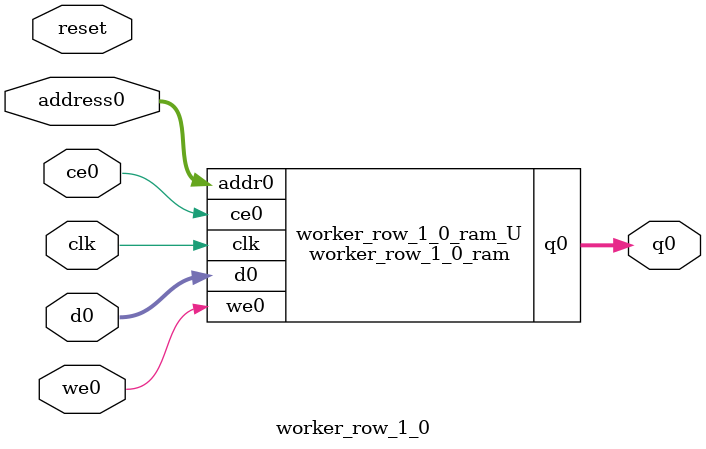
<source format=v>

`timescale 1 ns / 1 ps
module worker_row_1_0_ram (addr0, ce0, d0, we0, q0,  clk);

parameter DWIDTH = 6;
parameter AWIDTH = 12;
parameter MEM_SIZE = 2500;

input[AWIDTH-1:0] addr0;
input ce0;
input[DWIDTH-1:0] d0;
input we0;
output reg[DWIDTH-1:0] q0;
input clk;

(* ram_style = "block" *)reg [DWIDTH-1:0] ram[MEM_SIZE-1:0];




always @(posedge clk)  
begin 
    if (ce0) 
    begin
        if (we0) 
        begin 
            ram[addr0] <= d0; 
            q0 <= d0;
        end 
        else 
            q0 <= ram[addr0];
    end
end


endmodule


`timescale 1 ns / 1 ps
module worker_row_1_0(
    reset,
    clk,
    address0,
    ce0,
    we0,
    d0,
    q0);

parameter DataWidth = 32'd6;
parameter AddressRange = 32'd2500;
parameter AddressWidth = 32'd12;
input reset;
input clk;
input[AddressWidth - 1:0] address0;
input ce0;
input we0;
input[DataWidth - 1:0] d0;
output[DataWidth - 1:0] q0;



worker_row_1_0_ram worker_row_1_0_ram_U(
    .clk( clk ),
    .addr0( address0 ),
    .ce0( ce0 ),
    .d0( d0 ),
    .we0( we0 ),
    .q0( q0 ));

endmodule


</source>
